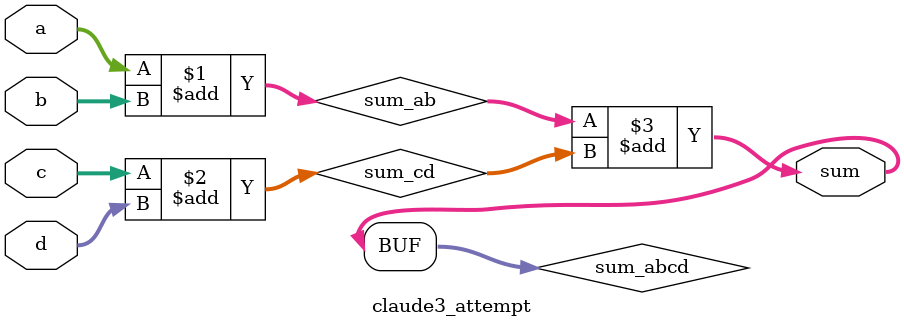
<source format=v>
module claude3_attempt(
    input [7:0] a,
    input [7:0] b,
    input [7:0] c,
    input [7:0] d,
    output [9:0] sum  // Output to accommodate possible overflow
);

    // Optimized addition using intermediate results
    wire [8:0] sum_ab;    // Sum of a and b
    wire [8:0] sum_cd;    // Sum of c and d
    wire [9:0] sum_abcd;  // Final sum of (a+b) and (c+d)

    // Calculate sum of a and b
    assign sum_ab = a + b;

    // Calculate sum of c and d
    assign sum_cd = c + d;

    // Calculate final sum of (a+b) and (c+d)
    assign sum_abcd = sum_ab + sum_cd;

    // Output the final sum
    assign sum = sum_abcd;

endmodule

</source>
